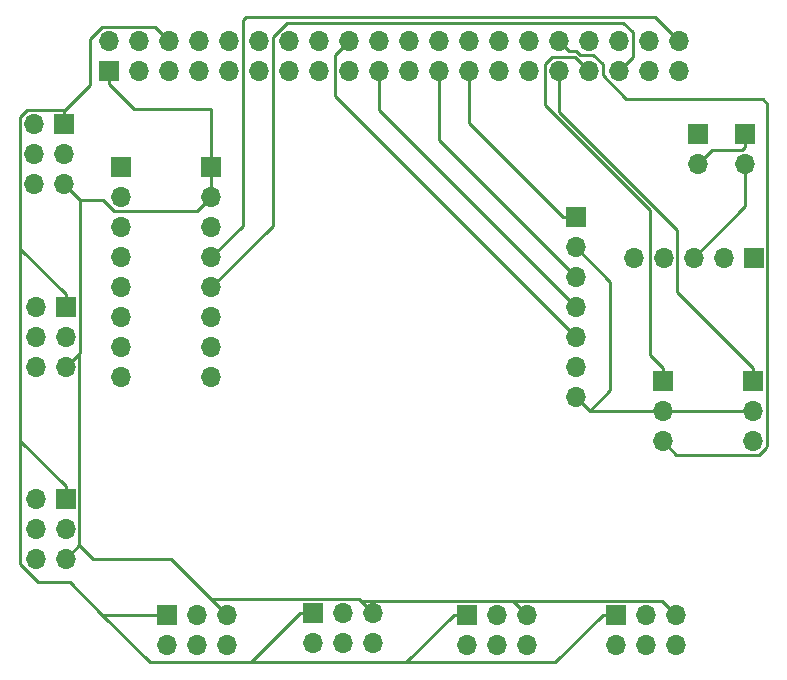
<source format=gtl>
G04 #@! TF.GenerationSoftware,KiCad,Pcbnew,(5.1.0)-1*
G04 #@! TF.CreationDate,2019-11-17T18:32:19+09:00*
G04 #@! TF.ProjectId,PakeOtiKun,50616b65-4f74-4694-9b75-6e2e6b696361,1*
G04 #@! TF.SameCoordinates,Original*
G04 #@! TF.FileFunction,Copper,L1,Top*
G04 #@! TF.FilePolarity,Positive*
%FSLAX46Y46*%
G04 Gerber Fmt 4.6, Leading zero omitted, Abs format (unit mm)*
G04 Created by KiCad (PCBNEW (5.1.0)-1) date 2019-11-17 18:32:19*
%MOMM*%
%LPD*%
G04 APERTURE LIST*
%ADD10R,1.700000X1.700000*%
%ADD11O,1.700000X1.700000*%
%ADD12C,0.250000*%
G04 APERTURE END LIST*
D10*
X109245400Y-95732600D03*
D11*
X106705400Y-95732600D03*
X109245400Y-98272600D03*
X106705400Y-98272600D03*
X109245400Y-100812600D03*
X106705400Y-100812600D03*
D10*
X167487600Y-91541600D03*
D11*
X164947600Y-91541600D03*
X162407600Y-91541600D03*
X159867600Y-91541600D03*
X157327600Y-91541600D03*
D10*
X152476200Y-88112600D03*
D11*
X152476200Y-90652600D03*
X152476200Y-93192600D03*
X152476200Y-95732600D03*
X152476200Y-98272600D03*
X152476200Y-100812600D03*
X152476200Y-103352600D03*
X106705400Y-117043200D03*
X109245400Y-117043200D03*
X106705400Y-114503200D03*
X109245400Y-114503200D03*
X106705400Y-111963200D03*
D10*
X109245400Y-111963200D03*
X117805200Y-121742200D03*
D11*
X117805200Y-124282200D03*
X120345200Y-121742200D03*
X120345200Y-124282200D03*
X122885200Y-121742200D03*
X122885200Y-124282200D03*
X135280400Y-124155200D03*
X135280400Y-121615200D03*
X132740400Y-124155200D03*
X132740400Y-121615200D03*
X130200400Y-124155200D03*
D10*
X130200400Y-121615200D03*
X143205200Y-121742200D03*
D11*
X143205200Y-124282200D03*
X145745200Y-121742200D03*
X145745200Y-124282200D03*
X148285200Y-121742200D03*
X148285200Y-124282200D03*
X160909000Y-124282200D03*
X160909000Y-121742200D03*
X158369000Y-124282200D03*
X158369000Y-121742200D03*
X155829000Y-124282200D03*
D10*
X155829000Y-121742200D03*
D11*
X106578400Y-85242400D03*
X109118400Y-85242400D03*
X106578400Y-82702400D03*
X109118400Y-82702400D03*
X106578400Y-80162400D03*
D10*
X109118400Y-80162400D03*
X166801800Y-81026000D03*
D11*
X166801800Y-83566000D03*
X162763200Y-83566000D03*
D10*
X162763200Y-81026000D03*
D11*
X117983000Y-73177400D03*
X115443000Y-75717400D03*
X130683000Y-75717400D03*
X130683000Y-73177400D03*
X115443000Y-73177400D03*
X117983000Y-75717400D03*
X112903000Y-73177400D03*
D10*
X112903000Y-75717400D03*
D11*
X140843000Y-75717400D03*
X140843000Y-73177400D03*
X125603000Y-75717400D03*
X125603000Y-73177400D03*
X145923000Y-75717400D03*
X145923000Y-73177400D03*
X128143000Y-75717400D03*
X128143000Y-73177400D03*
X123063000Y-75717400D03*
X123063000Y-73177400D03*
X135763000Y-75717400D03*
X135763000Y-73177400D03*
X158623000Y-75717400D03*
X158623000Y-73177400D03*
X153543000Y-75717400D03*
X153543000Y-73177400D03*
X156083000Y-75717400D03*
X156083000Y-73177400D03*
X133223000Y-75717400D03*
X133223000Y-73177400D03*
X151003000Y-75717400D03*
X151003000Y-73177400D03*
X120523000Y-75717400D03*
X120523000Y-73177400D03*
X148463000Y-75717400D03*
X148463000Y-73177400D03*
X138303000Y-75717400D03*
X138303000Y-73177400D03*
X143383000Y-75717400D03*
X143383000Y-73177400D03*
X161163000Y-75717400D03*
X161163000Y-73177400D03*
D10*
X159791400Y-101955600D03*
D11*
X159791400Y-104495600D03*
X159791400Y-107035600D03*
X167411400Y-104495600D03*
D10*
X167411400Y-101955600D03*
D11*
X167411400Y-107035600D03*
X121564400Y-86410800D03*
X121564400Y-99110800D03*
D10*
X121564400Y-83870800D03*
D11*
X121564400Y-94030800D03*
X121564400Y-96570800D03*
X121564400Y-101650800D03*
X121564400Y-88950800D03*
X121564400Y-91490800D03*
X113944400Y-101650800D03*
X113944400Y-99110800D03*
X113944400Y-96570800D03*
X113944400Y-94030800D03*
X113944400Y-91490800D03*
X113944400Y-88950800D03*
X113944400Y-86410800D03*
D10*
X113944400Y-83870800D03*
D12*
X163613199Y-82716001D02*
X162763200Y-83566000D01*
X163938201Y-82390999D02*
X163613199Y-82716001D01*
X166536801Y-82390999D02*
X163938201Y-82390999D01*
X166801800Y-82126000D02*
X166536801Y-82390999D01*
X166801800Y-81026000D02*
X166801800Y-82126000D01*
X143383000Y-76919481D02*
X143383000Y-75717400D01*
X143383000Y-80119400D02*
X143383000Y-76919481D01*
X151376200Y-88112600D02*
X143383000Y-80119400D01*
X152476200Y-88112600D02*
X151376200Y-88112600D01*
X159733999Y-120567199D02*
X149460201Y-120567199D01*
X160909000Y-121742200D02*
X159733999Y-120567199D01*
X148285200Y-121742200D02*
X147110199Y-120567199D01*
X135280400Y-121615200D02*
X134105399Y-120440199D01*
X109245400Y-117043200D02*
X110420401Y-115868199D01*
X109968399Y-86092399D02*
X109118400Y-85242400D01*
X110490000Y-86614000D02*
X109968399Y-86092399D01*
X110490000Y-99568000D02*
X110490000Y-86614000D01*
X109245400Y-100812600D02*
X110490000Y-99568000D01*
X120714401Y-87260799D02*
X121564400Y-86410800D01*
X120389399Y-87585801D02*
X120714401Y-87260799D01*
X113380399Y-87585801D02*
X120389399Y-87585801D01*
X112408598Y-86614000D02*
X113380399Y-87585801D01*
X110490000Y-86614000D02*
X112408598Y-86614000D01*
X121564400Y-85208719D02*
X121564400Y-83870800D01*
X121564400Y-86410800D02*
X121564400Y-85208719D01*
X121564400Y-83870800D02*
X121564400Y-78955002D01*
X112903000Y-76817400D02*
X112903000Y-75717400D01*
X115040602Y-78955002D02*
X112903000Y-76817400D01*
X121564400Y-78955002D02*
X115040602Y-78955002D01*
X149460201Y-120567199D02*
X147110199Y-120567199D01*
X134232399Y-120567199D02*
X134105399Y-120440199D01*
X147110199Y-120567199D02*
X134232399Y-120567199D01*
X121698001Y-120440199D02*
X121640600Y-120497600D01*
X134105399Y-120440199D02*
X121698001Y-120440199D01*
X122885200Y-121742200D02*
X121640600Y-120497600D01*
X121640600Y-120497600D02*
X118186200Y-117043200D01*
X111595402Y-117043200D02*
X110420401Y-115868199D01*
X118186200Y-117043200D02*
X111595402Y-117043200D01*
X110420401Y-99637599D02*
X110490000Y-99568000D01*
X110420401Y-115868199D02*
X110420401Y-99637599D01*
X140843000Y-81559400D02*
X140843000Y-75717400D01*
X152476200Y-93192600D02*
X140843000Y-81559400D01*
X135763000Y-79019400D02*
X135763000Y-75717400D01*
X152476200Y-95732600D02*
X135763000Y-79019400D01*
X132373001Y-74027399D02*
X133223000Y-73177400D01*
X132047999Y-74352401D02*
X132373001Y-74027399D01*
X132047999Y-77844399D02*
X132047999Y-74352401D01*
X152476200Y-98272600D02*
X132047999Y-77844399D01*
X109118400Y-79062400D02*
X111302800Y-76878000D01*
X117133001Y-72327401D02*
X117983000Y-73177400D01*
X116807999Y-72002399D02*
X117133001Y-72327401D01*
X112338999Y-72002399D02*
X116807999Y-72002399D01*
X111302800Y-73038598D02*
X112338999Y-72002399D01*
X111302800Y-76878000D02*
X111302800Y-73038598D01*
X109245400Y-94632600D02*
X109245400Y-95732600D01*
X105403399Y-90790599D02*
X109245400Y-94632600D01*
X105403399Y-79598399D02*
X105403399Y-90790599D01*
X106014399Y-78987399D02*
X105403399Y-79598399D01*
X109043399Y-78987399D02*
X106014399Y-78987399D01*
X109118400Y-79062400D02*
X109043399Y-78987399D01*
X109118400Y-80162400D02*
X109118400Y-79062400D01*
X109245400Y-110863200D02*
X109245400Y-111963200D01*
X105403399Y-107021199D02*
X109245400Y-110863200D01*
X105403399Y-90790599D02*
X105403399Y-107021199D01*
X105403399Y-117480201D02*
X106922198Y-118999000D01*
X105403399Y-107021199D02*
X105403399Y-117480201D01*
X106922198Y-118999000D02*
X109575600Y-118999000D01*
X112318800Y-121742200D02*
X117805200Y-121742200D01*
X109575600Y-118999000D02*
X112318800Y-121742200D01*
X112318800Y-121742200D02*
X116357400Y-125780800D01*
X129100400Y-121615200D02*
X130200400Y-121615200D01*
X124934800Y-125780800D02*
X129100400Y-121615200D01*
X116357400Y-125780800D02*
X124934800Y-125780800D01*
X142105200Y-121742200D02*
X143205200Y-121742200D01*
X138066600Y-125780800D02*
X142105200Y-121742200D01*
X124934800Y-125780800D02*
X138066600Y-125780800D01*
X154729000Y-121742200D02*
X155829000Y-121742200D01*
X150690400Y-125780800D02*
X154729000Y-121742200D01*
X138066600Y-125780800D02*
X150690400Y-125780800D01*
X152693001Y-74867401D02*
X153543000Y-75717400D01*
X150438999Y-74542399D02*
X152367999Y-74542399D01*
X149827999Y-75153399D02*
X150438999Y-74542399D01*
X152367999Y-74542399D02*
X152693001Y-74867401D01*
X149827999Y-78633209D02*
X149827999Y-75153399D01*
X158692599Y-87497809D02*
X149827999Y-78633209D01*
X158692599Y-99756799D02*
X158692599Y-87497809D01*
X159791400Y-100855600D02*
X158692599Y-99756799D01*
X159791400Y-101955600D02*
X159791400Y-100855600D01*
X161042601Y-94455603D02*
X161042601Y-89211401D01*
X167411400Y-101955600D02*
X167411400Y-100824402D01*
X167411400Y-100824402D02*
X161042601Y-94455603D01*
X151003000Y-79171800D02*
X151003000Y-75717400D01*
X161042601Y-89211401D02*
X151003000Y-79171800D01*
X151852999Y-74027399D02*
X151003000Y-73177400D01*
X152489409Y-74027399D02*
X151852999Y-74027399D01*
X153917003Y-74352401D02*
X152814411Y-74352401D01*
X154718001Y-75153399D02*
X153917003Y-74352401D01*
X152814411Y-74352401D02*
X152489409Y-74027399D01*
X154718001Y-76091403D02*
X154718001Y-75153399D01*
X156731598Y-78105000D02*
X154718001Y-76091403D01*
X168249600Y-78105000D02*
X156731598Y-78105000D01*
X168662601Y-78518001D02*
X168249600Y-78105000D01*
X160966401Y-108210601D02*
X167975401Y-108210601D01*
X159791400Y-107035600D02*
X160966401Y-108210601D01*
X167975401Y-108210601D02*
X168586401Y-107599601D01*
X168586401Y-107599601D02*
X168586401Y-107562399D01*
X168586401Y-107562399D02*
X168662601Y-107486199D01*
X168662601Y-107486199D02*
X168662601Y-78518001D01*
X166801800Y-87147400D02*
X166801800Y-83566000D01*
X162407600Y-91541600D02*
X166801800Y-87147400D01*
X126778001Y-72803397D02*
X127956378Y-71625020D01*
X121564400Y-94030800D02*
X126778001Y-88817199D01*
X126778001Y-88817199D02*
X126778001Y-72803397D01*
X156932999Y-74867401D02*
X156083000Y-75717400D01*
X157258001Y-74542399D02*
X156932999Y-74867401D01*
X157258001Y-72447401D02*
X157258001Y-74542399D01*
X156435620Y-71625020D02*
X157258001Y-72447401D01*
X127956378Y-71625020D02*
X156435620Y-71625020D01*
X124238001Y-71418199D02*
X124481190Y-71175010D01*
X121564400Y-91490800D02*
X124238001Y-88817199D01*
X124238001Y-88817199D02*
X124238001Y-71418199D01*
X159160610Y-71175010D02*
X161163000Y-73177400D01*
X124481190Y-71175010D02*
X159160610Y-71175010D01*
X166209319Y-104495600D02*
X159791400Y-104495600D01*
X167411400Y-104495600D02*
X166209319Y-104495600D01*
X153619200Y-104495600D02*
X159791400Y-104495600D01*
X152476200Y-103352600D02*
X153619200Y-104495600D01*
X155371800Y-102743000D02*
X153619200Y-104495600D01*
X152476200Y-90652600D02*
X155371800Y-93548200D01*
X155371800Y-93548200D02*
X155371800Y-102743000D01*
M02*

</source>
